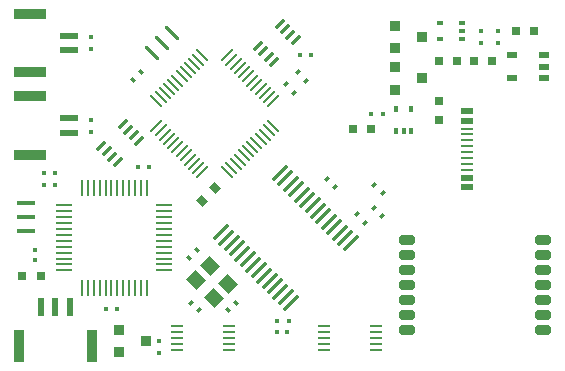
<source format=gtp>
G04*
G04 #@! TF.GenerationSoftware,Altium Limited,Altium Designer,20.0.13 (296)*
G04*
G04 Layer_Color=8421504*
%FSLAX44Y44*%
%MOMM*%
G71*
G01*
G75*
G04:AMPARAMS|DCode=16|XSize=0.3mm|YSize=0.45mm|CornerRadius=0mm|HoleSize=0mm|Usage=FLASHONLY|Rotation=45.000|XOffset=0mm|YOffset=0mm|HoleType=Round|Shape=Rectangle|*
%AMROTATEDRECTD16*
4,1,4,0.0530,-0.2652,-0.2652,0.0530,-0.0530,0.2652,0.2652,-0.0530,0.0530,-0.2652,0.0*
%
%ADD16ROTATEDRECTD16*%

G04:AMPARAMS|DCode=17|XSize=0.3mm|YSize=0.45mm|CornerRadius=0mm|HoleSize=0mm|Usage=FLASHONLY|Rotation=135.000|XOffset=0mm|YOffset=0mm|HoleType=Round|Shape=Rectangle|*
%AMROTATEDRECTD17*
4,1,4,0.2652,0.0530,-0.0530,-0.2652,-0.2652,-0.0530,0.0530,0.2652,0.2652,0.0530,0.0*
%
%ADD17ROTATEDRECTD17*%

G04:AMPARAMS|DCode=18|XSize=1.2mm|YSize=1.1mm|CornerRadius=0mm|HoleSize=0mm|Usage=FLASHONLY|Rotation=135.000|XOffset=0mm|YOffset=0mm|HoleType=Round|Shape=Rectangle|*
%AMROTATEDRECTD18*
4,1,4,0.8132,-0.0354,0.0354,-0.8132,-0.8132,0.0354,-0.0354,0.8132,0.8132,-0.0354,0.0*
%
%ADD18ROTATEDRECTD18*%

%ADD19R,2.7000X0.9000*%
%ADD20R,1.6000X0.5000*%
%ADD21R,0.3000X0.4500*%
G04:AMPARAMS|DCode=22|XSize=0.35mm|YSize=0.4mm|CornerRadius=0mm|HoleSize=0mm|Usage=FLASHONLY|Rotation=45.000|XOffset=0mm|YOffset=0mm|HoleType=Round|Shape=Rectangle|*
%AMROTATEDRECTD22*
4,1,4,0.0177,-0.2652,-0.2652,0.0177,-0.0177,0.2652,0.2652,-0.0177,0.0177,-0.2652,0.0*
%
%ADD22ROTATEDRECTD22*%

G04:AMPARAMS|DCode=23|XSize=0.65mm|YSize=0.75mm|CornerRadius=0mm|HoleSize=0mm|Usage=FLASHONLY|Rotation=225.000|XOffset=0mm|YOffset=0mm|HoleType=Round|Shape=Rectangle|*
%AMROTATEDRECTD23*
4,1,4,-0.0354,0.4950,0.4950,-0.0354,0.0354,-0.4950,-0.4950,0.0354,-0.0354,0.4950,0.0*
%
%ADD23ROTATEDRECTD23*%

%ADD24R,0.6500X0.7500*%
%ADD25R,0.4500X0.3000*%
%ADD26R,0.4000X0.3500*%
%ADD27R,0.3500X0.4000*%
%ADD28R,0.7500X0.6500*%
%ADD29R,0.8100X0.8100*%
G04:AMPARAMS|DCode=30|XSize=0.35mm|YSize=0.4mm|CornerRadius=0mm|HoleSize=0mm|Usage=FLASHONLY|Rotation=315.000|XOffset=0mm|YOffset=0mm|HoleType=Round|Shape=Rectangle|*
%AMROTATEDRECTD30*
4,1,4,-0.2652,-0.0177,0.0177,0.2652,0.2652,0.0177,-0.0177,-0.2652,-0.2652,-0.0177,0.0*
%
%ADD30ROTATEDRECTD30*%

G04:AMPARAMS|DCode=31|XSize=0.9mm|YSize=0.5mm|CornerRadius=0.025mm|HoleSize=0mm|Usage=FLASHONLY|Rotation=180.000|XOffset=0mm|YOffset=0mm|HoleType=Round|Shape=RoundedRectangle|*
%AMROUNDEDRECTD31*
21,1,0.9000,0.4500,0,0,180.0*
21,1,0.8500,0.5000,0,0,180.0*
1,1,0.0500,-0.4250,0.2250*
1,1,0.0500,0.4250,0.2250*
1,1,0.0500,0.4250,-0.2250*
1,1,0.0500,-0.4250,-0.2250*
%
%ADD31ROUNDEDRECTD31*%
G04:AMPARAMS|DCode=32|XSize=0.89mm|YSize=0.5mm|CornerRadius=0.025mm|HoleSize=0mm|Usage=FLASHONLY|Rotation=180.000|XOffset=0mm|YOffset=0mm|HoleType=Round|Shape=RoundedRectangle|*
%AMROUNDEDRECTD32*
21,1,0.8900,0.4500,0,0,180.0*
21,1,0.8400,0.5000,0,0,180.0*
1,1,0.0500,-0.4200,0.2250*
1,1,0.0500,0.4200,0.2250*
1,1,0.0500,0.4200,-0.2250*
1,1,0.0500,-0.4200,-0.2250*
%
%ADD32ROUNDEDRECTD32*%
%ADD33R,0.5500X0.3000*%
%ADD34R,0.3000X0.5500*%
%ADD35R,0.7000X0.7000*%
%ADD36R,1.3750X0.2000*%
%ADD37R,0.2000X1.3750*%
G04:AMPARAMS|DCode=38|XSize=1.375mm|YSize=0.2mm|CornerRadius=0mm|HoleSize=0mm|Usage=FLASHONLY|Rotation=315.000|XOffset=0mm|YOffset=0mm|HoleType=Round|Shape=Rectangle|*
%AMROTATEDRECTD38*
4,1,4,-0.5568,0.4154,-0.4154,0.5568,0.5568,-0.4154,0.4154,-0.5568,-0.5568,0.4154,0.0*
%
%ADD38ROTATEDRECTD38*%

G04:AMPARAMS|DCode=39|XSize=1.375mm|YSize=0.2mm|CornerRadius=0mm|HoleSize=0mm|Usage=FLASHONLY|Rotation=45.000|XOffset=0mm|YOffset=0mm|HoleType=Round|Shape=Rectangle|*
%AMROTATEDRECTD39*
4,1,4,-0.4154,-0.5568,-0.5568,-0.4154,0.4154,0.5568,0.5568,0.4154,-0.4154,-0.5568,0.0*
%
%ADD39ROTATEDRECTD39*%

G04:AMPARAMS|DCode=40|XSize=1.4mm|YSize=0.8mm|CornerRadius=0.175mm|HoleSize=0mm|Usage=FLASHONLY|Rotation=180.000|XOffset=0mm|YOffset=0mm|HoleType=Round|Shape=RoundedRectangle|*
%AMROUNDEDRECTD40*
21,1,1.4000,0.4500,0,0,180.0*
21,1,1.0500,0.8000,0,0,180.0*
1,1,0.3500,-0.5250,0.2250*
1,1,0.3500,0.5250,0.2250*
1,1,0.3500,0.5250,-0.2250*
1,1,0.3500,-0.5250,-0.2250*
%
%ADD40ROUNDEDRECTD40*%
G04:AMPARAMS|DCode=41|XSize=1.1mm|YSize=0.2mm|CornerRadius=0.025mm|HoleSize=0mm|Usage=FLASHONLY|Rotation=0.000|XOffset=0mm|YOffset=0mm|HoleType=Round|Shape=RoundedRectangle|*
%AMROUNDEDRECTD41*
21,1,1.1000,0.1500,0,0,0.0*
21,1,1.0500,0.2000,0,0,0.0*
1,1,0.0500,0.5250,-0.0750*
1,1,0.0500,-0.5250,-0.0750*
1,1,0.0500,-0.5250,0.0750*
1,1,0.0500,0.5250,0.0750*
%
%ADD41ROUNDEDRECTD41*%
G04:AMPARAMS|DCode=42|XSize=1.6mm|YSize=0.3mm|CornerRadius=0.05mm|HoleSize=0mm|Usage=FLASHONLY|Rotation=0.000|XOffset=0mm|YOffset=0mm|HoleType=Round|Shape=RoundedRectangle|*
%AMROUNDEDRECTD42*
21,1,1.6000,0.2000,0,0,0.0*
21,1,1.5000,0.3000,0,0,0.0*
1,1,0.1000,0.7500,-0.1000*
1,1,0.1000,-0.7500,-0.1000*
1,1,0.1000,-0.7500,0.1000*
1,1,0.1000,0.7500,0.1000*
%
%ADD42ROUNDEDRECTD42*%
G04:AMPARAMS|DCode=43|XSize=1.6mm|YSize=0.3mm|CornerRadius=0.05mm|HoleSize=0mm|Usage=FLASHONLY|Rotation=315.000|XOffset=0mm|YOffset=0mm|HoleType=Round|Shape=RoundedRectangle|*
%AMROUNDEDRECTD43*
21,1,1.6000,0.2000,0,0,315.0*
21,1,1.5000,0.3000,0,0,315.0*
1,1,0.1000,0.4596,-0.6010*
1,1,0.1000,-0.6010,0.4596*
1,1,0.1000,-0.4596,0.6010*
1,1,0.1000,0.6010,-0.4596*
%
%ADD43ROUNDEDRECTD43*%
%ADD44R,0.9000X2.7000*%
%ADD45R,0.5000X1.6000*%
G04:AMPARAMS|DCode=46|XSize=1mm|YSize=0.35mm|CornerRadius=0.0063mm|HoleSize=0mm|Usage=FLASHONLY|Rotation=45.000|XOffset=0mm|YOffset=0mm|HoleType=Round|Shape=RoundedRectangle|*
%AMROUNDEDRECTD46*
21,1,1.0000,0.3375,0,0,45.0*
21,1,0.9875,0.3500,0,0,45.0*
1,1,0.0125,0.4685,0.2298*
1,1,0.0125,-0.2298,-0.4685*
1,1,0.0125,-0.4685,-0.2298*
1,1,0.0125,0.2298,0.4685*
%
%ADD46ROUNDEDRECTD46*%
%ADD47R,1.0500X0.2000*%
%ADD48R,1.0500X0.5000*%
G04:AMPARAMS|DCode=49|XSize=1.7mm|YSize=0.35mm|CornerRadius=0mm|HoleSize=0mm|Usage=FLASHONLY|Rotation=45.000|XOffset=0mm|YOffset=0mm|HoleType=Round|Shape=Rectangle|*
%AMROTATEDRECTD49*
4,1,4,-0.4773,-0.7248,-0.7248,-0.4773,0.4773,0.7248,0.7248,0.4773,-0.4773,-0.7248,0.0*
%
%ADD49ROTATEDRECTD49*%

D16*
X192750Y55000D02*
D03*
X186386Y48636D02*
D03*
X106386Y243636D02*
D03*
X112750Y250000D02*
D03*
D17*
X155250Y55000D02*
D03*
X161614Y48636D02*
D03*
X310250Y135000D02*
D03*
X316614Y128636D02*
D03*
D18*
X159315Y73914D02*
D03*
X174164Y59065D02*
D03*
X186185Y71086D02*
D03*
X171336Y85935D02*
D03*
D19*
X18500Y299750D02*
D03*
Y250250D02*
D03*
Y229750D02*
D03*
Y180250D02*
D03*
D20*
X52000Y281250D02*
D03*
Y268750D02*
D03*
Y211250D02*
D03*
Y198750D02*
D03*
D21*
X119250Y170000D02*
D03*
X110250D02*
D03*
X256750Y265000D02*
D03*
X247750D02*
D03*
X227750Y30000D02*
D03*
X236750D02*
D03*
D22*
X160250Y100000D02*
D03*
X153179Y92929D02*
D03*
D23*
X164290Y141540D02*
D03*
X175250Y152500D02*
D03*
D24*
X12250Y77500D02*
D03*
X27750D02*
D03*
X394750Y260000D02*
D03*
X410250D02*
D03*
X380250D02*
D03*
X364750D02*
D03*
X292250Y202500D02*
D03*
X307750D02*
D03*
D25*
X22750Y91000D02*
D03*
Y100000D02*
D03*
D26*
X127750Y22500D02*
D03*
Y12500D02*
D03*
X415250Y285000D02*
D03*
Y275000D02*
D03*
X400250Y285000D02*
D03*
Y275000D02*
D03*
X70250Y200000D02*
D03*
Y210000D02*
D03*
Y270000D02*
D03*
Y280000D02*
D03*
D27*
X92750Y50000D02*
D03*
X82750D02*
D03*
X40250Y155000D02*
D03*
X30250D02*
D03*
Y165000D02*
D03*
X40250D02*
D03*
X227750Y40000D02*
D03*
X237750D02*
D03*
X317750Y215000D02*
D03*
X307750D02*
D03*
D28*
X365250Y225500D02*
D03*
Y210000D02*
D03*
D29*
X327390Y289520D02*
D03*
Y270480D02*
D03*
X350250Y280000D02*
D03*
X327390Y254520D02*
D03*
Y235480D02*
D03*
X350250Y245000D02*
D03*
X93820Y32020D02*
D03*
Y12980D02*
D03*
X116680Y22500D02*
D03*
D30*
X252321Y242929D02*
D03*
X245250Y250000D02*
D03*
X235250Y240000D02*
D03*
X242321Y232929D02*
D03*
X295250Y130000D02*
D03*
X302321Y122929D02*
D03*
X270250Y160000D02*
D03*
X277321Y152929D02*
D03*
X317321Y147929D02*
D03*
X310250Y155000D02*
D03*
D31*
X453750Y265000D02*
D03*
Y245000D02*
D03*
X426750Y265000D02*
D03*
Y245000D02*
D03*
D32*
X453750Y255000D02*
D03*
D33*
X384750Y291500D02*
D03*
Y278500D02*
D03*
Y285000D02*
D03*
X365750Y278500D02*
D03*
Y291500D02*
D03*
D34*
X341750Y200500D02*
D03*
X328750D02*
D03*
X335250D02*
D03*
X328750Y219500D02*
D03*
X341750D02*
D03*
D35*
X445250Y285000D02*
D03*
X430250D02*
D03*
D36*
X47870Y137500D02*
D03*
Y132500D02*
D03*
Y127500D02*
D03*
Y122500D02*
D03*
Y117500D02*
D03*
Y112500D02*
D03*
Y107500D02*
D03*
Y102500D02*
D03*
Y97500D02*
D03*
Y92500D02*
D03*
Y87500D02*
D03*
Y82500D02*
D03*
X132630D02*
D03*
Y87500D02*
D03*
Y92500D02*
D03*
Y97500D02*
D03*
Y102500D02*
D03*
Y107500D02*
D03*
Y112500D02*
D03*
Y117500D02*
D03*
Y122500D02*
D03*
Y127500D02*
D03*
Y132500D02*
D03*
Y137500D02*
D03*
D37*
X62750Y67620D02*
D03*
X67750D02*
D03*
X72750D02*
D03*
X77750D02*
D03*
X82750D02*
D03*
X87750D02*
D03*
X92750D02*
D03*
X97750D02*
D03*
X102750D02*
D03*
X107750D02*
D03*
X112750D02*
D03*
X117750D02*
D03*
Y152380D02*
D03*
X112750D02*
D03*
X107750D02*
D03*
X102750D02*
D03*
X97750D02*
D03*
X92750D02*
D03*
X87750D02*
D03*
X82750D02*
D03*
X77750D02*
D03*
X72750D02*
D03*
X67750D02*
D03*
X62750D02*
D03*
D38*
X164728Y264413D02*
D03*
X161193Y260877D02*
D03*
X157657Y257341D02*
D03*
X154122Y253806D02*
D03*
X150586Y250271D02*
D03*
X147051Y246735D02*
D03*
X143515Y243199D02*
D03*
X139979Y239664D02*
D03*
X136444Y236128D02*
D03*
X132908Y232593D02*
D03*
X129373Y229057D02*
D03*
X125837Y225522D02*
D03*
X185772Y165587D02*
D03*
X189307Y169123D02*
D03*
X192843Y172659D02*
D03*
X196378Y176194D02*
D03*
X199914Y179729D02*
D03*
X203449Y183265D02*
D03*
X206985Y186801D02*
D03*
X210520Y190336D02*
D03*
X214056Y193872D02*
D03*
X217591Y197407D02*
D03*
X221127Y200943D02*
D03*
X224663Y204478D02*
D03*
D39*
X125837D02*
D03*
X129373Y200943D02*
D03*
X132908Y197407D02*
D03*
X136444Y193872D02*
D03*
X139979Y190336D02*
D03*
X143515Y186801D02*
D03*
X147051Y183265D02*
D03*
X150586Y179729D02*
D03*
X154122Y176194D02*
D03*
X157657Y172659D02*
D03*
X161193Y169123D02*
D03*
X164728Y165587D02*
D03*
X224663Y225522D02*
D03*
X221127Y229057D02*
D03*
X217591Y232593D02*
D03*
X214056Y236128D02*
D03*
X210520Y239664D02*
D03*
X206985Y243199D02*
D03*
X203449Y246735D02*
D03*
X199914Y250271D02*
D03*
X196378Y253806D02*
D03*
X192843Y257341D02*
D03*
X189307Y260877D02*
D03*
X185772Y264413D02*
D03*
D40*
X337750Y70000D02*
D03*
Y57300D02*
D03*
Y44600D02*
D03*
Y31900D02*
D03*
Y82700D02*
D03*
Y95400D02*
D03*
Y108100D02*
D03*
X452750Y70000D02*
D03*
Y57300D02*
D03*
Y44600D02*
D03*
Y31900D02*
D03*
Y82700D02*
D03*
Y95400D02*
D03*
Y108100D02*
D03*
D41*
X312000Y15000D02*
D03*
X268000Y35000D02*
D03*
Y30000D02*
D03*
Y25000D02*
D03*
Y20000D02*
D03*
X312000D02*
D03*
Y25000D02*
D03*
Y30000D02*
D03*
Y35000D02*
D03*
X268000Y15000D02*
D03*
X143250Y35000D02*
D03*
X187250Y15000D02*
D03*
Y20000D02*
D03*
Y25000D02*
D03*
Y30000D02*
D03*
X143250D02*
D03*
Y25000D02*
D03*
Y20000D02*
D03*
Y15000D02*
D03*
X187250Y35000D02*
D03*
D42*
X15250Y139500D02*
D03*
Y127500D02*
D03*
Y115500D02*
D03*
D43*
X138735Y283485D02*
D03*
X130250Y275000D02*
D03*
X121765Y266515D02*
D03*
D44*
X9250Y18250D02*
D03*
X71250D02*
D03*
D45*
X27750Y51750D02*
D03*
X52750D02*
D03*
X40250Y51750D02*
D03*
D46*
X97548Y206087D02*
D03*
X102144Y201490D02*
D03*
X106741Y196894D02*
D03*
X92952Y173913D02*
D03*
X79163Y187702D02*
D03*
X83759Y183106D02*
D03*
X88356Y178510D02*
D03*
X111337Y192298D02*
D03*
X230048Y291087D02*
D03*
X234644Y286490D02*
D03*
X239240Y281894D02*
D03*
X225452Y258913D02*
D03*
X211663Y272702D02*
D03*
X216259Y268106D02*
D03*
X220856Y263510D02*
D03*
X243837Y277298D02*
D03*
D47*
X389125Y167500D02*
D03*
Y172500D02*
D03*
Y177500D02*
D03*
Y182500D02*
D03*
Y187500D02*
D03*
Y192500D02*
D03*
Y197500D02*
D03*
Y202500D02*
D03*
D48*
X389125Y209000D02*
D03*
X389125Y217000D02*
D03*
Y161000D02*
D03*
Y153000D02*
D03*
D49*
X180272Y114773D02*
D03*
X184869Y110177D02*
D03*
X189465Y105581D02*
D03*
X194061Y100984D02*
D03*
X198657Y96388D02*
D03*
X203253Y91792D02*
D03*
X207850Y87196D02*
D03*
X212446Y82600D02*
D03*
X217042Y78003D02*
D03*
X221638Y73407D02*
D03*
X226234Y68811D02*
D03*
X230831Y64215D02*
D03*
X235427Y59619D02*
D03*
X240023Y55022D02*
D03*
X290228Y105227D02*
D03*
X285631Y109823D02*
D03*
X281035Y114419D02*
D03*
X276439Y119016D02*
D03*
X271843Y123612D02*
D03*
X267247Y128208D02*
D03*
X262650Y132804D02*
D03*
X258054Y137400D02*
D03*
X253458Y141997D02*
D03*
X248862Y146593D02*
D03*
X244266Y151189D02*
D03*
X239669Y155785D02*
D03*
X235073Y160381D02*
D03*
X230477Y164978D02*
D03*
M02*

</source>
